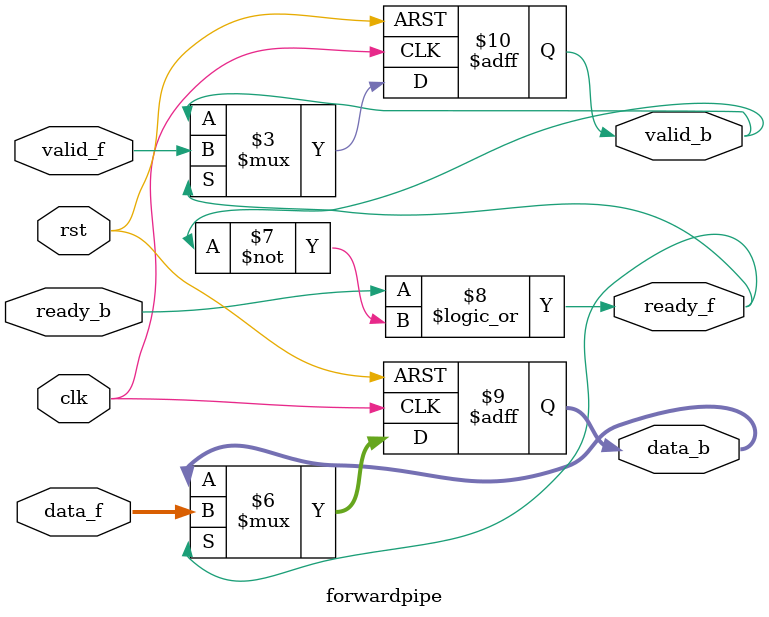
<source format=v>
`timescale 1ns / 1ps



module forwardpipe #(parameter L=8)(
    input clk,
	input rst,
	
	output  ready_f,
	input valid_f,
	input [L-1:0] data_f,
	
	input  ready_b,
	output reg valid_b,
	output reg [L-1:0] data_b
	
);
always @(posedge clk or negedge rst) begin
		if (!rst)begin
			valid_b <= 1'b0;
			end
			else begin
			valid_b<=ready_f? valid_f:valid_b;
			end
		end
		always @(posedge clk or negedge rst) begin
		if (!rst)begin
			data_b <= {L{1'b0}};
			end
			else begin
			data_b<=ready_f? data_f:data_b;
			end
		end
		
assign ready_f =ready_b || ~valid_b;
endmodule

</source>
